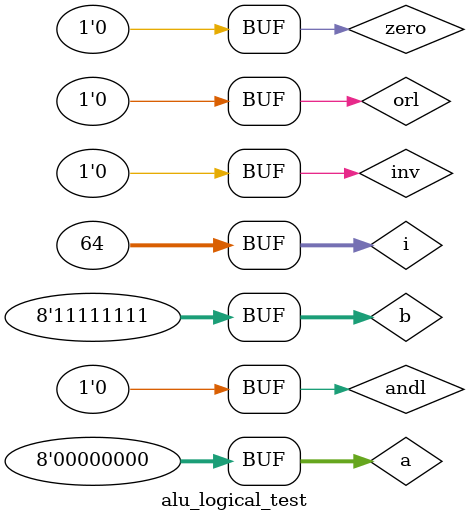
<source format=v>

`timescale 1ns / 1ps

module alu_logical_test();

// Inputs
   reg [7:0] a = 0;
   reg [7:0] b = 0;
   reg andl = 0;
   reg orl = 0;
   reg zero = 0;
   reg inv = 0;
	integer i;

// Output
   wire [7:0] f;

// Bidirs

// Instantiate the UUT
   alu_logical UUT (
		.a(a), 
		.b(b), 
		.andl(andl), 
		.orl(orl), 
		.zero(zero), 
		.inv(inv), 
		.f(f)
   );
// Initialize Inputs
   initial begin
		#50;
		a = 8'b10101000;
		b = 8'b11010101;
		#50;
		for (i=1;i<(1<<6);i=i*2)
			begin
				{andl, orl, zero, inv} = i;
				#50;
			end
			
		a = 8'b00000000;
		b = 8'b11111111;
		#50;
		for (i=1;i<(1<<6);i=i*2)
			begin
				{andl, orl, zero, inv} = i;
				#50;
			end
	end
endmodule

</source>
